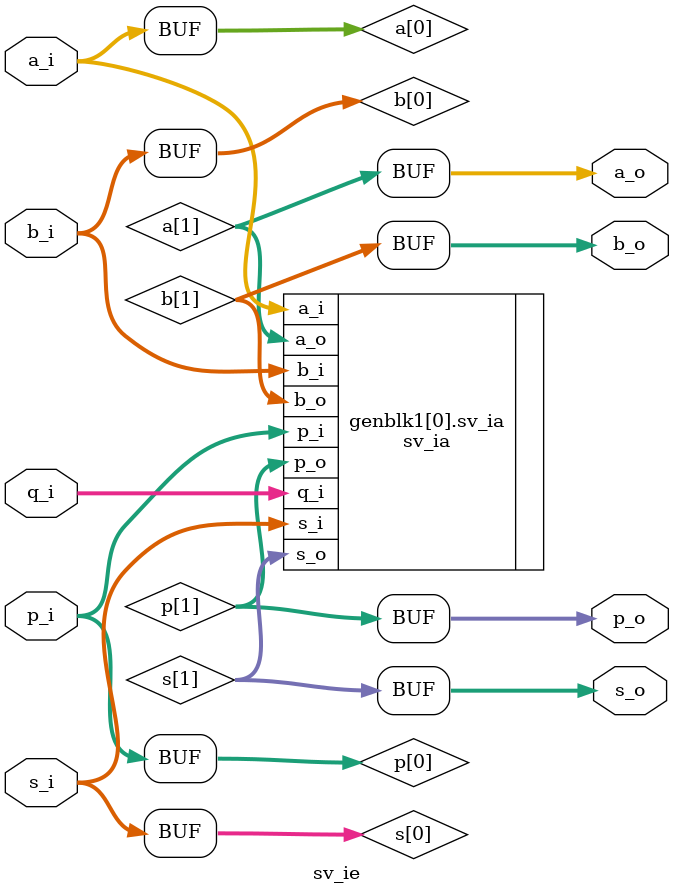
<source format=sv>

module sv_ie #(
  parameter DATA_WIDTH = 512,
  parameter ROUND_PER_TACT = 1)
(
  input  logic [DATA_WIDTH-1:0] q_i,

  input  logic [DATA_WIDTH-1:0] a_i,
  input  logic [DATA_WIDTH-1:0] b_i,
  input  logic [DATA_WIDTH-1:0] s_i,
  input  logic [DATA_WIDTH-1:0] p_i,

  output logic [DATA_WIDTH-1:0] a_o,
  output logic [DATA_WIDTH-1:0] b_o,
  output logic [DATA_WIDTH-1:0] s_o,
  output logic [DATA_WIDTH-1:0] p_o); 

  logic [DATA_WIDTH-1:0] a [0:ROUND_PER_TACT];
  logic [DATA_WIDTH-1:0] b [0:ROUND_PER_TACT];
  logic [DATA_WIDTH-1:0] s [0:ROUND_PER_TACT];
  logic [DATA_WIDTH-1:0] p [0:ROUND_PER_TACT];

  assign a[0] = a_i;
  assign b[0] = b_i;
  assign s[0] = s_i;
  assign p[0] = p_i;

  genvar i;

  generate for (i=0; i<ROUND_PER_TACT; i++) begin
    sv_ia #(DATA_WIDTH)
    sv_ia (
      .q_i(q_i),

      .a_i(a[i]),
      .b_i(b[i]),
      .s_i(s[i]),
      .p_i(p[i]),

      .a_o(a[i+1]),
      .b_o(b[i+1]),
      .s_o(s[i+1]),
      .p_o(p[i+1])); 

  end endgenerate

  assign a_o = a[ROUND_PER_TACT];
  assign b_o = b[ROUND_PER_TACT];
  assign s_o = s[ROUND_PER_TACT];
  assign p_o = p[ROUND_PER_TACT];

endmodule



</source>
